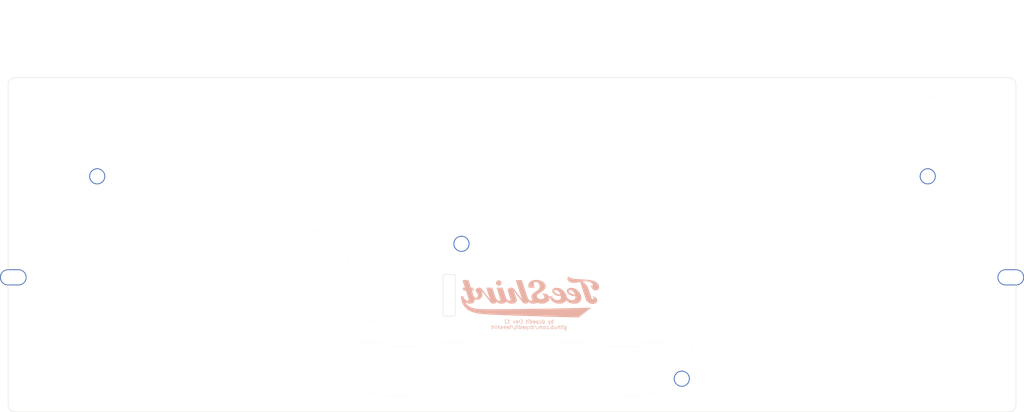
<source format=kicad_pcb>
(kicad_pcb (version 20211014) (generator pcbnew)
  (layers (0 "F.Cu" signal) (31 "B.Cu" signal) (34 "B.Paste" user) (35 "F.Paste" user) (36 "B.SilkS" user "B.Silkscreen") (37 "F.SilkS" user "F.Silkscreen") (38 "B.Mask" user) (39 "F.Mask" user) (44 "Edge.Cuts" user))
  (net 0 "")
  (footprint "acheron_MX_PlateSlots:MX100" (layer "F.Cu") (at 80.9425 76.455 -10)
    (fp_text reference "REF**")
    (fp_text value "MX100")
    (fp_line (start -6.5 -7) (end 6.5 -7) (layer "Edge.Cuts") (width 0.010007))
    (fp_line (start 7 -6.5) (end 7 6.5) (layer "Edge.Cuts") (width 0.010007))
    (fp_line (start -6.5 6.990924) (end 6.5 7) (layer "Edge.Cuts") (width 0.010007))
    (fp_line (start -7 -6.5) (end -7 6.490924) (layer "Edge.Cuts") (width 0.010007))
    (fp_arc (start 7 6.5) (mid 6.853553 6.853553) (end 6.5 7) (layer "Edge.Cuts") (width 0.010007))
    (fp_arc (start -6.5 6.990924) (mid -6.853553 6.844477) (end -7 6.490924) (layer "Edge.Cuts") (width 0.010007))
    (fp_arc (start -7 -6.5) (mid -6.853553 -6.853553) (end -6.5 -7) (layer "Edge.Cuts") (width 0.010007))
    (fp_arc (start 6.5 -7) (mid 6.853553 -6.853553) (end 7 -6.5) (layer "Edge.Cuts") (width 0.010007))
  )
  (footprint "acheron_MX_PlateSlots:MX100" (layer "F.Cu") (at 335.2575 113.975 10)
    (fp_text reference "REF**")
    (fp_text value "MX100")
    (fp_line (start 7 -6.5) (end 7 6.5) (layer "Edge.Cuts") (width 0.010007))
    (fp_line (start -7 -6.5) (end -7 6.490924) (layer "Edge.Cuts") (width 0.010007))
    (fp_line (start -6.5 -7) (end 6.5 -7) (layer "Edge.Cuts") (width 0.010007))
    (fp_line (start -6.5 6.990924) (end 6.5 7) (layer "Edge.Cuts") (width 0.010007))
    (fp_arc (start 7 6.5) (mid 6.853553 6.853553) (end 6.5 7) (layer "Edge.Cuts") (width 0.010007))
    (fp_arc (start -6.5 6.990924) (mid -6.853553 6.844477) (end -7 6.490924) (layer "Edge.Cuts") (width 0.010007))
    (fp_arc (start 6.5 -7) (mid 6.853553 -6.853553) (end 7 -6.5) (layer "Edge.Cuts") (width 0.010007))
    (fp_arc (start -7 -6.5) (mid -6.853553 -6.853553) (end -6.5 -7) (layer "Edge.Cuts") (width 0.010007))
  )
  (footprint "hole:PKRHSL" (layer "F.Cu") (at 63.7489 121.1212)
    (fp_text reference "HOLE" hide)
    (fp_text value "VAL**" hide)
    (pad "1" thru_hole oval locked (at 0 0) (size 7.5 4.5) (drill oval 7 4) (layers *.Cu *.Mask))
  )
  (footprint "acheron_MX_PlateSlots:MX100" (layer "F.Cu") (at 119.6825 76.185 -10)
    (fp_text reference "REF**")
    (fp_text value "MX100")
    (fp_line (start -6.5 -7) (end 6.5 -7) (layer "Edge.Cuts") (width 0.010007))
    (fp_line (start -7 -6.5) (end -7 6.490924) (layer "Edge.Cuts") (width 0.010007))
    (fp_line (start 7 -6.5) (end 7 6.5) (layer "Edge.Cuts") (width 0.010007))
    (fp_line (start -6.5 6.990924) (end 6.5 7) (layer "Edge.Cuts") (width 0.010007))
    (fp_arc (start -6.5 6.990924) (mid -6.853553 6.844477) (end -7 6.490924) (layer "Edge.Cuts") (width 0.010007))
    (fp_arc (start 6.5 -7) (mid 6.853553 -6.853553) (end 7 -6.5) (layer "Edge.Cuts") (width 0.010007))
    (fp_arc (start -7 -6.5) (mid -6.853553 -6.853553) (end -6.5 -7) (layer "Edge.Cuts") (width 0.010007))
    (fp_arc (start 7 6.5) (mid 6.853553 6.853553) (end 6.5 7) (layer "Edge.Cuts") (width 0.010007))
  )
  (footprint "acheron_MX_PlateSlots:MX100" (layer "F.Cu") (at 237.5175 108.275 10)
    (fp_text reference "REF**")
    (fp_text value "MX100")
    (fp_line (start -6.5 -7) (end 6.5 -7) (layer "Edge.Cuts") (width 0.010007))
    (fp_line (start -6.5 6.990924) (end 6.5 7) (layer "Edge.Cuts") (width 0.010007))
    (fp_line (start -7 -6.5) (end -7 6.490924) (layer "Edge.Cuts") (width 0.010007))
    (fp_line (start 7 -6.5) (end 7 6.5) (layer "Edge.Cuts") (width 0.010007))
    (fp_arc (start 6.5 -7) (mid 6.853553 -6.853553) (end 7 -6.5) (layer "Edge.Cuts") (width 0.010007))
    (fp_arc (start -7 -6.5) (mid -6.853553 -6.853553) (end -6.5 -7) (layer "Edge.Cuts") (width 0.010007))
    (fp_arc (start 7 6.5) (mid 6.853553 6.853553) (end 6.5 7) (layer "Edge.Cuts") (width 0.010007))
    (fp_arc (start -6.5 6.990924) (mid -6.853553 6.844477) (end -7 6.490924) (layer "Edge.Cuts") (width 0.010007))
  )
  (footprint "acheron_MX_PlateSlots:MX125" (layer "F.Cu") (at 146.84375 141.4175 80)
    (fp_text reference "REF**")
    (fp_text value "MX125")
    (fp_line (start -6.5 6.990924) (end 6.5 7) (layer "Edge.Cuts") (width 0.010007))
    (fp_line (start -6.5 -7) (end 6.5 -7) (layer "Edge.Cuts") (width 0.010007))
    (fp_line (start 7 -6.5) (end 7 6.5) (layer "Edge.Cuts") (width 0.010007))
    (fp_line (start -7 -6.5) (end -7 6.490924) (layer "Edge.Cuts") (width 0.010007))
    (fp_arc (start -6.5 6.990924) (mid -6.853553 6.844477) (end -7 6.490924) (layer "Edge.Cuts") (width 0.010007))
    (fp_arc (start 7 6.5) (mid 6.853553 6.853553) (end 6.5 7) (layer "Edge.Cuts") (width 0.010007))
    (fp_arc (start 6.5 -7) (mid 6.853553 -6.853553) (end 7 -6.5) (layer "Edge.Cuts") (width 0.010007))
    (fp_arc (start -7 -6.5) (mid -6.853553 -6.853553) (end -6.5 -7) (layer "Edge.Cuts") (width 0.010007))
  )
  (footprint "Custom_Footprints:SSD1306_OLED" (layer "F.Cu") (at 204.7875 126.20625)
    (fp_text reference "H10")
    (fp_text value "OLED_Header")
    (fp_line (start -16.5045 -5.875) (end -19.0045 -5.875) (layer "Edge.Cuts") (width 0.1))
    (fp_line (start -19.5045 -5.375) (end -19.5045 5.375) (layer "Edge.Cuts") (width 0.1))
    (fp_line (start -19.0045 5.875) (end -16.5045 5.875) (layer "Edge.Cuts") (width 0.1))
    (fp_line (start -16.0045 5.375) (end -16.0045 -5.375) (layer "Edge.Cuts") (width 0.1))
    (fp_arc (start -16.5045 -5.875) (mid -16.150947 -5.728553) (end -16.0045 -5.375) (layer "Edge.Cuts") (width 0.1))
    (fp_arc (start -19.0045 5.875) (mid -19.358053 5.728553) (end -19.5045 5.375) (layer "Edge.Cuts") (width 0.1))
    (fp_arc (start -16.0045 5.375) (mid -16.150947 5.728553) (end -16.5045 5.875) (layer "Edge.Cuts") (width 0.1))
    (fp_arc (start -19.5045 -5.375) (mid -19.358053 -5.728553) (end -19.0045 -5.875) (layer "Edge.Cuts") (width 0.1))
  )
  (footprint "acheron_MX_PlateSlots:MX100" (layer "F.Cu") (at 289.9175 76.165 10)
    (fp_text reference "REF**")
    (fp_text value "MX100")
    (fp_line (start 7 -6.5) (end 7 6.5) (layer "Edge.Cuts") (width 0.010007))
    (fp_line (start -6.5 6.990924) (end 6.5 7) (layer "Edge.Cuts") (width 0.010007))
    (fp_line (start -6.5 -7) (end 6.5 -7) (layer "Edge.Cuts") (width 0.010007))
    (fp_line (start -7 -6.5) (end -7 6.490924) (layer "Edge.Cuts") (width 0.010007))
    (fp_arc (start 6.5 -7) (mid 6.853553 -6.853553) (end 7 -6.5) (layer "Edge.Cuts") (width 0.010007))
    (fp_arc (start -7 -6.5) (mid -6.853553 -6.853553) (end -6.5 -7) (layer "Edge.Cuts") (width 0.010007))
    (fp_arc (start -6.5 6.990924) (mid -6.853553 6.844477) (end -7 6.490924) (layer "Edge.Cuts") (width 0.010007))
    (fp_arc (start 7 6.5) (mid 6.853553 6.853553) (end 6.5 7) (layer "Edge.Cuts") (width 0.010007))
  )
  (footprint "acheron_MX_PlateSlots:MX100" (layer "F.Cu") (at 328.6275 76.455 10)
    (fp_text reference "REF**")
    (fp_text value "MX100")
    (fp_line (start -7 -6.5) (end -7 6.490924) (layer "Edge.Cuts") (width 0.010007))
    (fp_line (start -6.5 -7) (end 6.5 -7) (layer "Edge.Cuts") (width 0.010007))
    (fp_line (start 7 -6.5) (end 7 6.5) (layer "Edge.Cuts") (width 0.010007))
    (fp_line (start -6.5 6.990924) (end 6.5 7) (layer "Edge.Cuts") (width 0.010007))
    (fp_arc (start 6.5 -7) (mid 6.853553 -6.853553) (end 7 -6.5) (layer "Edge.Cuts") (width 0.010007))
    (fp_arc (start -7 -6.5) (mid -6.853553 -6.853553) (end -6.5 -7) (layer "Edge.Cuts") (width 0.010007))
    (fp_arc (start -6.5 6.990924) (mid -6.853553 6.844477) (end -7 6.490924) (layer "Edge.Cuts") (width 0.010007))
    (fp_arc (start 7 6.5) (mid 6.853553 6.853553) (end 6.5 7) (layer "Edge.Cuts") (width 0.010007))
  )
  (footprint "acheron_MX_PlateSlots:MX100" (layer "F.Cu") (at 315.8875 113.835 10)
    (fp_text reference "REF**")
    (fp_text value "MX100")
    (fp_line (start 7 -6.5) (end 7 6.5) (layer "Edge.Cuts") (width 0.010007))
    (fp_line (start -6.5 6.990924) (end 6.5 7) (layer "Edge.Cuts") (width 0.010007))
    (fp_line (start -7 -6.5) (end -7 6.490924) (layer "Edge.Cuts") (width 0.010007))
    (fp_line (start -6.5 -7) (end 6.5 -7) (layer "Edge.Cuts") (width 0.010007))
    (fp_arc (start 7 6.5) (mid 6.853553 6.853553) (end 6.5 7) (layer "Edge.Cuts") (width 0.010007))
    (fp_arc (start -7 -6.5) (mid -6.853553 -6.853553) (end -6.5 -7) (layer "Edge.Cuts") (width 0.010007))
    (fp_arc (start 6.5 -7) (mid 6.853553 -6.853553) (end 7 -6.5) (layer "Edge.Cuts") (width 0.010007))
    (fp_arc (start -6.5 6.990924) (mid -6.853553 6.844477) (end -7 6.490924) (layer "Edge.Cuts") (width 0.010007))
  )
  (footprint "acheron_MX_PlateSlots:MX100" (layer "F.Cu") (at 252.3975 82.765 10)
    (fp_text reference "REF**")
    (fp_text value "MX100")
    (fp_line (start 7 -6.5) (end 7 6.5) (layer "Edge.Cuts") (width 0.010007))
    (fp_line (start -7 -6.5) (end -7 6.490924) (layer "Edge.Cuts") (width 0.010007))
    (fp_line (start -6.5 6.990924) (end 6.5 7) (layer "Edge.Cuts") (width 0.010007))
    (fp_line (start -6.5 -7) (end 6.5 -7) (layer "Edge.Cuts") (width 0.010007))
    (fp_arc (start -6.5 6.990924) (mid -6.853553 6.844477) (end -7 6.490924) (layer "Edge.Cuts") (width 0.010007))
    (fp_arc (start 6.5 -7) (mid 6.853553 -6.853553) (end 7 -6.5) (layer "Edge.Cuts") (width 0.010007))
    (fp_arc (start -7 -6.5) (mid -6.853553 -6.853553) (end -6.5 -7) (layer "Edge.Cuts") (width 0.010007))
    (fp_arc (start 7 6.5) (mid 6.853553 6.853553) (end 6.5 7) (layer "Edge.Cuts") (width 0.010007))
  )
  (footprint "hole:PKRHSL" (layer "F.Cu") (at 345.8312 121.1212)
    (fp_text reference "HOLE" hide)
    (fp_text value "VAL**" hide)
    (pad "1" thru_hole oval locked (at 0 0) (size 7.5 4.5) (drill oval 7 4) (layers *.Cu *.Mask))
  )
  (footprint "" (layer "F.Cu") (at 100.0125 42.8625)
    (fp_text reference "" (at 0 0) (layer "F.SilkS") (effects (font (size 1.27 1.27))))
    (fp_text value "" (at 0 0) (layer "F.SilkS") (effects (font (size 1.27 1.27))))
    (pad "1" thru_hole circle (at -12.5232 49.6583) (size 4.5 4.5) (drill 4) (layers *.Cu *.Mask))
  )
  (footprint "acheron_MX_PlateSlots:MX100" (layer "F.Cu") (at 132.41712 113.553371 -10)
    (fp_text reference "REF**")
    (fp_text value "MX100")
    (fp_line (start -6.5 -7) (end 6.5 -7) (layer "Edge.Cuts") (width 0.010007))
    (fp_line (start -6.5 6.990924) (end 6.5 7) (layer "Edge.Cuts") (width 0.010007))
    (fp_line (start 7 -6.5) (end 7 6.5) (layer "Edge.Cuts") (width 0.010007))
    (fp_line (start -7 -6.5) (end -7 6.490924) (layer "Edge.Cuts") (width 0.010007))
    (fp_arc (start -7 -6.5) (mid -6.853553 -6.853553) (end -6.5 -7) (layer "Edge.Cuts") (width 0.010007))
    (fp_arc (start -6.5 6.990924) (mid -6.853553 6.844477) (end -7 6.490924) (layer "Edge.Cuts") (width 0.010007))
    (fp_arc (start 6.5 -7) (mid 6.853553 -6.853553) (end 7 -6.5) (layer "Edge.Cuts") (width 0.010007))
    (fp_arc (start 7 6.5) (mid 6.853553 6.853553) (end 6.5 7) (layer "Edge.Cuts") (width 0.010007))
  )
  (footprint "acheron_MX_PlateSlots:MX100" (layer "F.Cu") (at 77.6125 95.185 -10)
    (fp_text reference "REF**")
    (fp_text value "MX100")
    (fp_line (start -7 -6.5) (end -7 6.490924) (layer "Edge.Cuts") (width 0.010007))
    (fp_line (start -6.5 -7) (end 6.5 -7) (layer "Edge.Cuts") (width 0.010007))
    (fp_line (start 7 -6.5) (end 7 6.5) (layer "Edge.Cuts") (width 0.010007))
    (fp_line (start -6.5 6.990924) (end 6.5 7) (layer "Edge.Cuts") (width 0.010007))
    (fp_arc (start -7 -6.5) (mid -6.853553 -6.853553) (end -6.5 -7) (layer "Edge.Cuts") (width 0.010007))
    (fp_arc (start 7 6.5) (mid 6.853553 6.853553) (end 6.5 7) (layer "Edge.Cuts") (width 0.010007))
    (fp_arc (start -6.5 6.990924) (mid -6.853553 6.844477) (end -7 6.490924) (layer "Edge.Cuts") (width 0.010007))
    (fp_arc (start 6.5 -7) (mid 6.853553 -6.853553) (end 7 -6.5) (layer "Edge.Cuts") (width 0.010007))
  )
  (footprint "acheron_MX_PlateSlots:MX100" (layer "F.Cu") (at 234.2475 89.545 10)
    (fp_text reference "REF**")
    (fp_text value "MX100")
    (fp_line (start -7 -6.5) (end -7 6.490924) (layer "Edge.Cuts") (width 0.010007))
    (fp_line (start -6.5 6.990924) (end 6.5 7) (layer "Edge.Cuts") (width 0.010007))
    (fp_line (start 7 -6.5) (end 7 6.5) (layer "Edge.Cuts") (width 0.010007))
    (fp_line (start -6.5 -7) (end 6.5 -7) (layer "Edge.Cuts") (width 0.010007))
    (fp_arc (start 7 6.5) (mid 6.853553 6.853553) (end 6.5 7) (layer "Edge.Cuts") (width 0.010007))
    (fp_arc (start -7 -6.5) (mid -6.853553 -6.853553) (end -6.5 -7) (layer "Edge.Cuts") (width 0.010007))
    (fp_arc (start -6.5 6.990924) (mid -6.853553 6.844477) (end -7 6.490924) (layer "Edge.Cuts") (width 0.010007))
    (fp_arc (start 6.5 -7) (mid 6.853553 -6.853553) (end 7 -6.5) (layer "Edge.Cuts") (width 0.010007))
  )
  (footprint "acheron_MX_PlateSlots:MX100" (layer "F.Cu") (at 116.3725 94.905 -10)
    (fp_text reference "REF**")
    (fp_text value "MX100")
    (fp_line (start -6.5 -7) (end 6.5 -7) (layer "Edge.Cuts") (width 0.010007))
    (fp_line (start -6.5 6.990924) (end 6.5 7) (layer "Edge.Cuts") (width 0.010007))
    (fp_line (start 7 -6.5) (end 7 6.5) (layer "Edge.Cuts") (width 0.010007))
    (fp_line (start -7 -6.5) (end -7 6.490924) (layer "Edge.Cuts") (width 0.010007))
    (fp_arc (start -6.5 6.990924) (mid -6.853553 6.844477) (end -7 6.490924) (layer "Edge.Cuts") (width 0.010007))
    (fp_arc (start 7 6.5) (mid 6.853553 6.853553) (end 6.5 7) (layer "Edge.Cuts") (width 0.010007))
    (fp_arc (start -7 -6.5) (mid -6.853553 -6.853553) (end -6.5 -7) (layer "Edge.Cuts") (width 0.010007))
    (fp_arc (start 6.5 -7) (mid 6.853553 -6.853553) (end 7 -6.5) (layer "Edge.Cuts") (width 0.010007))
  )
  (footprint "acheron_MX_PlateSlots:MX100" (layer "F.Cu") (at 175.3725 89.545 -10)
    (fp_text reference "REF**")
    (fp_text value "MX100")
    (fp_line (start 7 -6.5) (end 7 6.5) (layer "Edge.Cuts") (width 0.010007))
    (fp_line (start -6.5 6.990924) (end 6.5 7) (layer "Edge.Cuts") (width 0.010007))
    (fp_line (start -7 -6.5) (end -7 6.490924) (layer "Edge.Cuts") (width 0.010007))
    (fp_line (start -6.5 -7) (end 6.5 -7) (layer "Edge.Cuts") (width 0.010007))
    (fp_arc (start 6.5 -7) (mid 6.853553 -6.853553) (end 7 -6.5) (layer "Edge.Cuts") (width 0.010007))
    (fp_arc (start -7 -6.5) (mid -6.853553 -6.853553) (end -6.5 -7) (layer "Edge.Cuts") (width 0.010007))
    (fp_arc (start 7 6.5) (mid 6.853553 6.853553) (end 6.5 7) (layer "Edge.Cuts") (width 0.010007))
    (fp_arc (start -6.5 6.990924) (mid -6.853553 6.844477) (end -7 6.490924) (layer "Edge.Cuts") (width 0.010007))
  )
  (footprint "acheron_MX_PlateSlots:MX100" (layer "F.Cu") (at 157.2025 82.835 -10)
    (fp_text reference "REF**")
    (fp_text value "MX100")
    (fp_line (start -6.5 6.990924) (end 6.5 7) (layer "Edge.Cuts") (width 0.010007))
    (fp_line (start -6.5 -7) (end 6.5 -7) (layer "Edge.Cuts") (width 0.010007))
    (fp_line (start 7 -6.5) (end 7 6.5) (layer "Edge.Cuts") (width 0.010007))
    (fp_line (start -7 -6.5) (end -7 6.490924) (layer "Edge.Cuts") (width 0.010007))
    (fp_arc (start -7 -6.5) (mid -6.853553 -6.853553) (end -6.5 -7) (layer "Edge.Cuts") (width 0.010007))
    (fp_arc (start 7 6.5) (mid 6.853553 6.853553) (end 6.5 7) (layer "Edge.Cuts") (width 0.010007))
    (fp_arc (start 6.5 -7) (mid 6.853553 -6.853553) (end 7 -6.5) (layer "Edge.Cuts") (width 0.010007))
    (fp_arc (start -6.5 6.990924) (mid -6.853553 6.844477) (end -7 6.490924) (layer "Edge.Cuts") (width 0.010007))
  )
  (footprint "acheron_MX_PlateSlots:MX100" (layer "F.Cu") (at 240.8675 127.045 10)
    (fp_text reference "REF**")
    (fp_text value "MX100")
    (fp_line (start -6.5 6.990924) (end 6.5 7) (layer "Edge.Cuts") (width 0.010007))
    (fp_line (start -7 -6.5) (end -7 6.490924) (layer "Edge.Cuts") (width 0.010007))
    (fp_line (start 7 -6.5) (end 7 6.5) (layer "Edge.Cuts") (width 0.010007))
    (fp_line (start -6.5 -7) (end 6.5 -7) (layer "Edge.Cuts") (width 0.010007))
    (fp_arc (start 7 6.5) (mid 6.853553 6.853553) (end 6.5 7) (layer "Edge.Cuts") (width 0.010007))
    (fp_arc (start -6.5 6.990924) (mid -6.853553 6.844477) (end -7 6.490924) (layer "Edge.Cuts") (width 0.010007))
    (fp_arc (start -7 -6.5) (mid -6.853553 -6.853553) (end -6.5 -7) (layer "Edge.Cuts") (width 0.010007))
    (fp_arc (start 6.5 -7) (mid 6.853553 -6.853553) (end 7 -6.5) (layer "Edge.Cuts") (width 0.010007))
  )
  (footprint "acheron_MX_PlateSlots:MX150" (layer "F.Cu") (at 238.125 147.6475)
    (fp_text reference "REF**")
    (fp_text value "MX150")
    (fp_line (start -6.5 6.990924) (end 6.5 7) (layer "Edge.Cuts") (width 0.010007))
    (fp_line (start 7 -6.5) (end 7 6.5) (layer "Edge.Cuts") (width 0.010007))
    (fp_line (start -7 -6.5) (end -7 6.490924) (layer "Edge.Cuts") (width 0.010007))
    (fp_line (start -6.5 -7) (end 6.5 -7) (layer "Edge.Cuts") (width 0.010007))
    (fp_arc (start -7 -6.5) (mid -6.853553 -6.853553) (end -6.5 -7) (layer "Edge.Cuts") (width 0.010007))
    (fp_arc (start 7 6.5) (mid 6.853553 6.853553) (end 6.5 7) (layer "Edge.Cuts") (width 0.010007))
    (fp_arc (start 6.5 -7) (mid 6.853553 -6.853553) (end 7 -6.5) (layer "Edge.Cuts") (width 0.010007))
    (fp_arc (start -6.5 6.990924) (mid -6.853553 6.844477) (end -7 6.490924) (layer "Edge.Cuts") (width 0.010007))
  )
  (footprint "acheron_MX_PlateSlots:MX100" (layer "F.Cu") (at 96.9725 95.065 -10)
    (fp_text reference "REF**")
    (fp_text value "MX100")
    (fp_line (start 7 -6.5) (end 7 6.5) (layer "Edge.Cuts") (width 0.010007))
    (fp_line (start -6.5 -7) (end 6.5 -7) (layer "Edge.Cuts") (width 0.010007))
    (fp_line (start -7 -6.5) (end -7 6.490924) (layer "Edge.Cuts") (width 0.010007))
    (fp_line (start -6.5 6.990924) (end 6.5 7) (layer "Edge.Cuts") (width 0.010007))
    (fp_arc (start -6.5 6.990924) (mid -6.853553 6.844477) (end -7 6.490924) (layer "Edge.Cuts") (width 0.010007))
    (fp_arc (start 7 6.5) (mid 6.853553 6.853553) (end 6.5 7) (layer "Edge.Cuts") (width 0.010007))
    (fp_arc (start -7 -6.5) (mid -6.853553 -6.853553) (end -6.5 -7) (layer "Edge.Cuts") (width 0.010007))
    (fp_arc (start 6.5 -7) (mid 6.853553 -6.853553) (end 7 -6.5) (layer "Edge.Cuts") (width 0.010007))
  )
  (footprint "acheron_MX_PlateSlots:MX100" (layer "F.Cu") (at 273.8175 94.765 10)
    (fp_text reference "REF**")
    (fp_text value "MX100")
    (fp_line (start 7 -6.5) (end 7 6.5) (layer "Edge.Cuts") (width 0.010007))
    (fp_line (start -6.5 6.990924) (end 6.5 7) (layer "Edge.Cuts") (width 0.010007))
    (fp_line (start -7 -6.5) (end -7 6.490924) (layer "Edge.Cuts") (width 0.010007))
    (fp_line (start -6.5 -7) (end 6.5 -7) (layer "Edge.Cuts") (width 0.010007))
    (fp_arc (start -6.5 6.990924) (mid -6.853553 6.844477) (end -7 6.490924) (layer "Edge.Cuts") (width 0.010007))
    (fp_arc (start 6.5 -7) (mid 6.853553 -6.853553) (end 7 -6.5) (layer "Edge.Cuts") (width 0.010007))
    (fp_arc (start 7 6.5) (mid 6.853553 6.853553) (end 6.5 7) (layer "Edge.Cuts") (width 0.010007))
    (fp_arc (start -7 -6.5) (mid -6.853553 -6.853553) (end -6.5 -7) (layer "Edge.Cuts") (width 0.010007))
  )
  (footprint "acheron_MX_PlateSlots:MX125" (layer "F.Cu") (at 262.73125 141.3775 100)
    (fp_text reference "REF**")
    (fp_text value "MX125")
    (fp_line (start -6.5 6.990924) (end 6.5 7) (layer "Edge.Cuts") (width 0.010007))
    (fp_line (start -7 -6.5) (end -7 6.490924) (layer "Edge.Cuts") (width 0.010007))
    (fp_line (start -6.5 -7) (end 6.5 -7) (layer "Edge.Cuts") (width 0.010007))
    (fp_line (start 7 -6.5) (end 7 6.5) (layer "Edge.Cuts") (width 0.010007))
    (fp_arc (start -6.5 6.990924) (mid -6.853553 6.844477) (end -7 6.490924) (layer "Edge.Cuts") (width 0.010007))
    (fp_arc (start 7 6.5) (mid 6.853553 6.853553) (end 6.5 7) (layer "Edge.Cuts") (width 0.010007))
    (fp_arc (start 6.5 -7) (mid 6.853553 -6.853553) (end 7 -6.5) (layer "Edge.Cuts") (width 0.010007))
    (fp_arc (start -7 -6.5) (mid -6.853553 -6.853553) (end -6.5 -7) (layer "Edge.Cuts") (width 0.010007))
  )
  (footprint "acheron_MX_PlateSlots:MX200" (layer "F.Cu") (at 176.2125 147.6375 180)
    (fp_text reference "REF**")
    (fp_text value "MX200")
    (fp_line (start -14.90625 8.000008) (end -8.90625 8.000008) (layer "Edge.Cuts") (width 0.010007))
    (fp_line (start -6.5 7) (end 6.5 7) (layer "Edge.Cuts") (width 0.010007))
    (fp_line (start -8.40625 -5.499992) (end -8.40625 7.5) (layer "Edge.Cuts") (width 0.010007))
    (fp_line (start 7 -6.5) (end 7 6.5) (layer "Edge.Cuts") (width 0.010007))
    (fp_line (start -15.40625 -5.499992) (end -15.40625 7.500008) (layer "Edge.Cuts") (width 0.010007))
    (fp_line (start 8.90625 8.000008) (end 14.90625 8.000008) (layer "Edge.Cuts") (width 0.010007))
    (fp_line (start -7 -6.5) (end -7 6.5) (layer "Edge.Cuts") (width 0.010007))
    (fp_line (start 15.40625 -5.499992) (end 15.40625 7.500008) (layer "Edge.Cuts") (width 0.010007))
    (fp_line (start 8.90625 -5.999992) (end 14.90625 -5.999992) (layer "Edge.Cuts") (width 0.010007))
    (fp_line (start -6.5 -7) (end 6.5 -7) (layer "Edge.Cuts") (width 0.010007))
    (fp_line (start -14.90625 -6) (end -8.90625 -5.999992) (layer "Edge.Cuts") (width 0.010007))
    (fp_line (start 8.40625 -5.499992) (end 8.40625 7.5) (layer "Edge.Cuts") (width 0.010007))
    (fp_arc (start 14.90625 -6) (mid 15.259803 -5.853553) (end 15.40625 -5.5) (layer "Edge.Cuts") (width 0.010007))
    (fp_arc (start -6.5 7) (mid -6.853553 6.853553) (end -7 6.5) (layer "Edge.Cuts") (width 0.010007))
    (fp_arc (start -15.40625 -5.5) (mid -15.259803 -5.853553) (end -14.90625 -6) (layer "Edge.Cuts") (width 0.010007))
    (fp_arc (start -7 -6.5) (mid -6.853553 -6.853553) (end -6.5 -7) (layer "Edge.Cuts") (width 0.010007))
    (fp_arc (start -14.90625 8.000008) (mid -15.259803 7.853561) (end -15.40625 7.500008) (layer "Edge.Cuts") (width 0.010007))
    (fp_arc (start -8.40625 7.500008) (mid -8.552697 7.853561) (end -8.90625 8.000008) (layer "Edge.Cuts") (width 0.010007))
    (fp_arc (start 7 6.5) (mid 6.853553 6.853553) (end 6.5 7) (layer "Edge.Cuts") (width 0.010007))
    (fp_arc (start 8.90625 8.000008) (mid 8.552697 7.853561) (end 8.40625 7.500008) (layer "Edge.Cuts") (width 0.010007))
    (fp_arc (start -8.90625 -6) (mid -8.552697 -5.853553) (end -8.40625 -5.5) (layer "Edge.Cuts") (width 0.010007))
    (fp_arc (start 15.40625 7.500008) (mid 15.259803 7.853561) (end 14.90625 8.000008) (layer "Edge.Cuts") (width 0.010007))
    (fp_arc (start 8.40625 -5.5) (mid 8.552697 -5.853553) (end 8.90625 -6) (layer "Edge.Cuts") (width 0.010007))
    (fp_arc (start 6.5 -7) (mid 6.853553 -6.853553) (end 7 -6.5) (layer "Edge.Cuts") (width 0.010007))
  )
  (footprint "acheron_MX_PlateSlots:MX150" (layer "F.Cu") (at 281.29125 137.0075 100)
    (fp_text reference "REF**")
    (fp_text value "MX150")
    (fp_line (start -7 -6.5) (end -7 6.490924) (layer "Edge.Cuts") (width 0.010007))
    (fp_line (start -6.5 -7) (end 6.5 -7) (layer "Edge.Cuts") (width 0.010007))
    (fp_line (start 7 -6.5) (end 7 6.5) (layer "Edge.Cuts") (width 0.010007))
    (fp_line (start -6.5 6.990924) (end 6.5 7) (layer "Edge.Cuts") (width 0.010007))
    (fp_arc (start -7 -6.5) (mid -6.853553 -6.853553) (end -6.5 -7) (layer "Edge.Cuts") (width 0.010007))
    (fp_arc (start 7 6.5) (mid 6.853553 6.853553) (end 6.5 7) (layer "Edge.Cuts") (width 0.010007))
    (fp_arc (start -6.5 6.990924) (mid -6.853553 6.844477) (end -7 6.490924) (layer "Edge.Cuts") (width 0.010007))
    (fp_arc (start 6.5 -7) (mid 6.853553 -6.853553) (end 7 -6.5) (layer "Edge.Cuts") (width 0.010007))
  )
  (footprint "acheron_MX_PlateSlots:MX100" (layer "F.Cu") (at 135.7325 94.795 -10)
    (fp_text reference "REF**")
    (fp_text value "MX100")
    (fp_line (start -7 -6.5) (end -7 6.490924) (layer "Edge.Cuts") (width 0.010007))
    (fp_line (start -6.5 -7) (end 6.5 -7) (layer "Edge.Cuts") (width 0.010007))
    (fp_line (start -6.5 6.990924) (end 6.5 7) (layer "Edge.Cuts") (width 0.010007))
    (fp_line (start 7 -6.5) (end 7 6.5) (layer "Edge.Cuts") (width 0.010007))
    (fp_arc (start 7 6.5) (mid 6.853553 6.853553) (end 6.5 7) (layer "Edge.Cuts") (width 0.010007))
    (fp_arc (start 6.5 -7) (mid 6.853553 -6.853553) (end 7 -6.5) (layer "Edge.Cuts") (width 0.010007))
    (fp_arc (start -7 -6.5) (mid -6.853553 -6.853553) (end -6.5 -7) (layer "Edge.Cuts") (width 0.010007))
    (fp_arc (start -6.5 6.990924) (mid -6.853553 6.844477) (end -7 6.490924) (layer "Edge.Cuts") (width 0.010007))
  )
  (footprint "hole:PKRH" (layer "F.Cu") (at 252.7894 149.8207)
    (fp_text reference "HOLE" hide)
    (fp_text value "VAL**" hide)
    (pad "1" thru_hole circle locked (at 0 0) (size 4.5 4.5) (drill 4) (layers *.Cu *.Mask))
  )
  (footprint "hole:PKRH" (layer "F.Cu") (at 190.49 111.62)
    (fp_text reference "HOLE" hide)
    (fp_text value "VAL**" hide)
    (pad "1" thru_hole circle locked (at 0 0) (size 4.5 4.5) (drill 4) (layers *.Cu *.Mask))
  )
  (footprint "acheron_MX_PlateSlots:MX100" (layer "F.Cu") (at 172.0325 108.295 -10)
    (fp_text reference "REF**")
    (fp_text value "MX100")
    (fp_line (start -6.5 -7) (end 6.5 -7) (layer "Edge.Cuts") (width 0.010007))
    (fp_line (start -6.5 6.990924) (end 6.5 7) (layer "Edge.Cuts") (width 0.010007))
    (fp_line (start 7 -6.5) (end 7 6.5) (layer "Edge.Cuts") (width 0.010007))
    (fp_line (start -7 -6.5) (end -7 6.490924) (layer "Edge.Cuts") (width 0.010007))
    (fp_arc (start -6.5 6.990924) (mid -6.853553 6.844477) (end -7 6.490924) (layer "Edge.Cuts") (width 0.010007))
    (fp_arc (start 6.5 -7) (mid 6.853553 -6.853553) (end 7 -6.5) (layer "Edge.Cuts") (width 0.010007))
    (fp_arc (start 7 6.5) (mid 6.853553 6.853553) (end 6.5 7) (layer "Edge.Cuts") (width 0.010007))
    (fp_arc (start -7 -6.5) (mid -6.853553 -6.853553) (end -6.5 -7) (layer "Edge.Cuts") (width 0.010007))
  )
  (footprint "acheron_MX_PlateSlots:MX100" (layer "F.Cu") (at 74.2925 113.975 -10)
    (fp_text reference "REF**")
    (fp_text value "MX100")
    (fp_line (start -6.5 6.990924) (end 6.5 7) (layer "Edge.Cuts") (width 0.010007))
    (fp_line (start -7 -6.5) (end -7 6.490924) (layer "Edge.Cuts") (width 0.010007))
    (fp_line (start 7 -6.5) (end 7 6.5) (layer "Edge.Cuts") (width 0.010007))
    (fp_line (start -6.5 -7) (end 6.5 -7) (layer "Edge.Cuts") (width 0.010007))
    (fp_arc (start -7 -6.5) (mid -6.853553 -6.853553) (end -6.5 -7) (layer "Edge.Cuts") (width 0.010007))
    (fp_arc (start 6.5 -7) (mid 6.853553 -6.853553) (end 7 -6.5) (layer "Edge.Cuts") (width 0.010007))
    (fp_arc (start -6.5 6.990924) (mid -6.853553 6.844477) (end -7 6.490924) (layer "Edge.Cuts") (width 0.010007))
    (fp_arc (start 7 6.5) (mid 6.853553 6.853553) (end 6.5 7) (layer "Edge.Cuts") (width 0.010007))
  )
  (footprint "acheron_MX_PlateSlots:MX100" (layer "F.Cu") (at 113.0325 113.705 -10)
    (fp_text reference "REF**")
    (fp_text value "MX100")
    (fp_line (start 7 -6.5) (end 7 6.5) (layer "Edge.Cuts") (width 0.010007))
    (fp_line (start -6.5 6.990924) (end 6.5 7) (layer "Edge.Cuts") (width 0.010007))
    (fp_line (start -7 -6.5) (end -7 6.490924) (layer "Edge.Cuts") (width 0.010007))
    (fp_line (start -6.5 -7) (end 6.5 -7) (layer "Edge.Cuts") (width 0.010007))
    (fp_arc (start 6.5 -7) (mid 6.853553 -6.853553) (end 7 -6.5) (layer "Edge.Cuts") (width 0.010007))
    (fp_arc (start -6.5 6.990924) (mid -6.853553 6.844477) (end -7 6.490924) (layer "Edge.Cuts") (width 0.010007))
    (fp_arc (start -7 -6.5) (mid -6.853553 -6.853553) (end -6.5 -7) (layer "Edge.Cuts") (width 0.010007))
    (fp_arc (start 7 6.5) (mid 6.853553 6.853553) (end 6.5 7) (layer "Edge.Cuts") (width 0.010007))
  )
  (footprint "acheron_MX_PlateSlots:MX100" (layer "F.Cu") (at 296.5375 113.675 10)
    (fp_text reference "REF**")
    (fp_text value "MX100")
    (fp_line (start -7 -6.5) (end -7 6.490924) (layer "Edge.Cuts") (width 0.010007))
    (fp_line (start -6.5 6.990924) (end 6.5 7) (layer "Edge.Cuts") (width 0.010007))
    (fp_line (start 7 -6.5) (end 7 6.5) (layer "Edge.Cuts") (width 0.010007))
    (fp_line (start -6.5 -7) (end 6.5 -7) (layer "Edge.Cuts") (width 0.010007))
    (fp_arc (start -7 -6.5) (mid -6.853553 -6.853553) (end -6.5 -7) (layer "Edge.Cuts") (width 0.010007))
    (fp_arc (start 7 6.5) (mid 6.853553 6.853553) (end 6.5 7) (layer "Edge.Cuts") (width 0.010007))
    (fp_arc (start 6.5 -7) (mid 6.853553 -6.853553) (end 7 -6.5) (layer "Edge.Cuts") (width 0.010007))
    (fp_arc (start -6.5 6.990924) (mid -6.853553 6.844477) (end -7 6.490924) (layer "Edge.Cuts") (width 0.010007))
  )
  (footprint "acheron_MX_PlateSlots:MX100" (layer "F.Cu") (at 331.9675 95.185 10)
    (fp_text reference "REF**")
    (fp_text value "MX100")
    (fp_line (start -6.5 6.990924) (end 6.5 7) (layer "Edge.Cuts") (width 0.010007))
    (fp_line (start 7 -6.5) (end 7 6.5) (layer "Edge.Cuts") (width 0.010007))
    (fp_line (start -6.5 -7) (end 6.5 -7) (layer "Edge.Cuts") (width 0.010007))
    (fp_line (start -7 -6.5) (end -7 6.490924) (layer "Edge.Cuts") (width 0.010007))
    (fp_arc (start 6.5 -7) (mid 6.853553 -6.853553) (end 7 -6.5) (layer "Edge.Cuts") (width 0.010007))
    (fp_arc (start -6.5 6.990924) (mid -6.853553 6.844477) (end -7 6.490924) (layer "Edge.Cuts") (width 0.010007))
    (fp_arc (start -7 -6.5) (mid -6.853553 -6.853553) (end -6.5 -7) (layer "Edge.Cuts") (width 0.010007))
    (fp_arc (start 7 6.5) (mid 6.853553 6.853553) (end 6.5 7) (layer "Edge.Cuts") (width 0.010007))
  )
  (footprint "acheron_MX_PlateSlots:MX100" (layer "F.Cu") (at 100.3325 76.345 -10)
    (fp_text reference "REF**")
    (fp_text value "MX100")
    (fp_line (start 7 -6.5) (end 7 6.5) (layer "Edge.Cuts") (width 0.010007))
    (fp_line (start -6.5 -7) (end 6.5 -7) (layer "Edge.Cuts") (width 0.010007))
    (fp_line (start -7 -6.5) (end -7 6.490924) (layer "Edge.Cuts") (width 0.010007))
    (fp_line (start -6.5 6.990924) (end 6.5 7) (layer "Edge.Cuts") (width 0.010007))
    (fp_arc (start 7 6.5) (mid 6.853553 6.853553) (end 6.5 7) (layer "Edge.Cuts") (width 0.010007))
    (fp_arc (start 6.5 -7) (mid 6.853553 -6.853553) (end 7 -6.5) (layer "Edge.Cuts") (width 0.010007))
    (fp_arc (start -7 -6.5) (mid -6.853553 -6.853553) (end -6.5 -7) (layer "Edge.Cuts") (width 0.010007))
    (fp_arc (start -6.5 6.990924) (mid -6.853553 6.844477) (end -7 6.490924) (layer "Edge.Cuts") (width 0.010007))
  )
  (footprint "acheron_MX_PlateSlots:MX100" (layer "F.Cu") (at 93.6925 113.815 -10)
    (fp_text reference "REF**")
    (fp_text value "MX100")
    (fp_line (start -6.5 -7) (end 6.5 -7) (layer "Edge.Cuts") (width 0.010007))
    (fp_line (start -7 -6.5) (end -7 6.490924) (layer "Edge.Cuts") (width 0.010007))
    (fp_line (start -6.5 6.990924) (end 6.5 7) (layer "Edge.Cuts") (width 0.010007))
    (fp_line (start 7 -6.5) (end 7 6.5) (layer "Edge.Cuts") (width 0.010007))
    (fp_arc (start 7 6.5) (mid 6.853553 6.853553) (end 6.5 7) (layer "Edge.Cuts") (width 0.010007))
    (fp_arc (start 6.5 -7) (mid 6.853553 -6.853553) (end 7 -6.5) (layer "Edge.Cuts") (width 0.010007))
    (fp_arc (start -7 -6.5) (mid -6.853553 -6.853553) (end -6.5 -7) (layer "Edge.Cuts") (width 0.010007))
    (fp_arc (start -6.5 6.990924) (mid -6.853553 6.844477) (end -7 6.490924) (layer "Edge.Cuts") (width 0.010007))
  )
  (footprint "acheron_MX_PlateSlots:MX100" (layer "F.Cu") (at 153.8825 101.575 -10)
    (fp_text reference "REF**")
    (fp_text value "MX100")
    (fp_line (start -6.5 -7) (end 6.5 -7) (layer "Edge.Cuts") (width 0.010007))
    (fp_line (start -7 -6.5) (end -7 6.490924) (layer "Edge.Cuts") (width 0.010007))
    (fp_line (start -6.5 6.990924) (end 6.5 7) (layer "Edge.Cuts") (width 0.010007))
    (fp_line (start 7 -6.5) (end 7 6.5) (layer "Edge.Cuts") (width 0.010007))
    (fp_arc (start -7 -6.5) (mid -6.853553 -6.853553) (end -6.5 -7) (layer "Edge.Cuts") (width 0.010007))
    (fp_arc (start -6.5 6.990924) (mid -6.853553 6.844477) (end -7 6.490924) (layer "Edge.Cuts") (width 0.010007))
    (fp_arc (start 7 6.5) (mid 6.853553 6.853553) (end 6.5 7) (layer "Edge.Cuts") (width 0.010007))
    (fp_arc (start 6.5 -7) (mid 6.853553 -6.853553) (end 7 -6.5) (layer "Edge.Cuts") (width 0.010007))
  )
  (footprint "acheron_MX_PlateSlots:MX100" (layer "F.Cu") (at 270.5275 76.025 10)
    (fp_text reference "REF**")
    (fp_text value "MX100")
    (fp_line (start -6.5 6.990924) (end 6.5 7) (layer "Edge.Cuts") (width 0.010007))
    (fp_line (start -7 -6.5) (end -7 6.490924) (layer "Edge.Cuts") (width 0.010007))
    (fp_line (start -6.5 -7) (end 6.5 -7) (layer "Edge.Cuts") (width 0.010007))
    (fp_line (start 7 -6.5) (end 7 6.5) (layer "Edge.Cuts") (width 0.010007))
    (fp_arc (start -6.5 6.990924) (mid -6.853553 6.844477) (end -7 6.490924) (layer "Edge.Cuts") (width 0.010007))
    (fp_arc (start 6.5 -7) (mid 6.853553 -6.853553) (end 7 -6.5) (layer "Edge.Cuts") (width 0.010007))
    (fp_arc (start -7 -6.5) (mid -6.853553 -6.853553) (end -6.5 -7) (layer "Edge.Cuts") (width 0.010007))
    (fp_arc (start 7 6.5) (mid 6.853553 6.853553) (end 6.5 7) (layer "Edge.Cuts") (width 0.010007))
  )
  (footprint "acheron_MX_PlateSlots:MX150" (layer "F.Cu") (at 171.45 147.6375)
    (fp_text reference "REF**")
    (fp_text value "MX150")
    (fp_line (start -7 -6.5) (end -7 6.490924) (layer "Edge.Cuts") (width 0.010007))
    (fp_line (start -6.5 6.990924) (end 6.5 7) (layer "Edge.Cuts") (width 0.010007))
    (fp_line (start 7 -6.5) (end 7 6.5) (layer "Edge.Cuts") (width 0.010007))
    (fp_line (start -6.5 -7) (end 6.5 -7) (layer "Edge.Cuts") (width 0.010007))
    (fp_arc (start 6.5 -7) (mid 6.853553 -6.853553) (end 7 -6.5) (layer "Edge.Cuts") (width 0.010007))
    (fp_arc (start -7 -6.5) (mid -6.853553 -6.853553) (end -6.5 -7) (layer "Edge.Cuts") (width 0.010007))
    (fp_arc (start 7 6.5) (mid 6.853553 6.853553) (end 6.5 7) (layer "Edge.Cuts") (width 0.010007))
    (fp_arc (start -6.5 6.990924) (mid -6.853553 6.844477) (end -7 6.490924) (layer "Edge.Cuts") (width 0.010007))
  )
  (footprint "hole:PKRH" (layer "F.Cu") (at 322.3399 92.5208)
    (fp_text reference "HOLE" hide)
    (fp_text value "VAL**" hide)
    (pad "1" thru_hole circle locked (at 0 0) (size 4.5 4.5) (drill 4) (layers *.Cu *.Mask))
  )
  (footprint "acheron_MX_PlateSlots:MX150" (layer "F.Cu") (at 128.26375 137.0075 80)
    (fp_text reference "REF**")
    (fp_text value "MX150")
    (fp_line (start -6.5 6.990924) (end 6.5 7) (layer "Edge.Cuts") (width 0.010007))
    (fp_line (start -7 -6.5) (end -7 6.490924) (layer "Edge.Cuts") (width 0.010007))
    (fp_line (start 7 -6.5) (end 7 6.5) (layer "Edge.Cuts") (width 0.010007))
    (fp_line (start -6.5 -7) (end 6.5 -7) (layer "Edge.Cuts") (width 0.010007))
    (fp_arc (start -7 -6.5) (mid -6.853553 -6.853553) (end -6.5 -7) (layer "Edge.Cuts") (width 0.010007))
    (fp_arc (start 6.5 -7) (mid 6.853553 -6.853553) (end 7 -6.5) (layer "Edge.Cuts") (width 0.010007))
    (fp_arc (start 7 6.5) (mid 6.853553 6.853553) (end 6.5 7) (layer "Edge.Cuts") (width 0.010007))
    (fp_arc (start -6.5 6.990924) (mid -6.853553 6.844477) (end -7 6.490924) (layer "Edge.Cuts") (width 0.010007))
  )
  (footprint "acheron_MX_PlateSlots:MX100" (layer "F.Cu") (at 293.2475 94.905 10)
    (fp_text reference "REF**")
    (fp_text value "MX100")
    (fp_line (start -6.5 -7) (end 6.5 -7) (layer "Edge.Cuts") (width 0.010007))
    (fp_line (start 7 -6.5) (end 7 6.5) (layer "Edge.Cuts") (width 0.010007))
    (fp_line (start -6.5 6.990924) (end 6.5 7) (layer "Edge.Cuts") (width 0.010007))
    (fp_line (start -7 -6.5) (end -7 6.490924) (layer "Edge.Cuts") (width 0.010007))
    (fp_arc (start 6.5 -7) (mid 6.853553 -6.853553) (end 7 -6.5) (layer "Edge.Cuts") (width 0.010007))
    (fp_arc (start -6.5 6.990924) (mid -6.853553 6.844477) (end -7 6.490924) (layer "Edge.Cuts") (width 0.010007))
    (fp_arc (start 7 6.5) (mid 6.853553 6.853553) (end 6.5 7) (layer "Edge.Cuts") (width 0.010007))
    (fp_arc (start -7 -6.5) (mid -6.853553 -6.853553) (end -6.5 -7) (layer "Edge.Cuts") (width 0.010007))
  )
  (footprint "acheron_MX_PlateSlots:MX100" (layer "F.Cu") (at 309.2875 76.295 10)
    (fp_text reference "REF**")
    (fp_text value "MX100")
    (fp_line (start -7 -6.5) (end -7 6.490924) (layer "Edge.Cuts") (width 0.010007))
    (fp_line (start 7 -6.5) (end 7 6.5) (layer "Edge.Cuts") (width 0.010007))
    (fp_line (start -6.5 6.990924) (end 6.5 7) (layer "Edge.Cuts") (width 0.010007))
    (fp_line (start -6.5 -7) (end 6.5 -7) (layer "Edge.Cuts") (width 0.010007))
    (fp_arc (start 6.5 -7) (mid 6.853553 -6.853553) (end 7 -6.5) (layer "Edge.Cuts") (width 0.010007))
    (fp_arc (start -7 -6.5) (mid -6.853553 -6.853553) (end -6.5 -7) (layer "Edge.Cuts") (width 0.010007))
    (fp_arc (start -6.5 6.990924) (mid -6.853553 6.844477) (end -7 6.490924) (layer "Edge.Cuts") (width 0.010007))
    (fp_arc (start 7 6.5) (mid 6.853553 6.853553) (end 6.5 7) (layer "Edge.Cuts") (width 0.010007))
  )
  (footprint "acheron_MX_PlateSlots:MX100" (layer "F.Cu") (at 277.1475 113.565 10)
    (fp_text reference "REF**")
    (fp_text value "MX100")
    (fp_line (start -6.5 -7) (end 6.5 -7) (layer "Edge.Cuts") (width 0.010007))
    (fp_line (start -6.5 6.990924) (end 6.5 7) (layer "Edge.Cuts") (width 0.010007))
    (fp_line (start -7 -6.5) (end -7 6.490924) (layer "Edge.Cuts") (width 0.010007))
    (fp_line (start 7 -6.5) (end 7 6.5) (layer "Edge.Cuts") (width 0.010007))
    (fp_arc (start -6.5 6.990924) (mid -6.853553 6.844477) (end -7 6.490924) (layer "Edge.Cuts") (width 0.010007))
    (fp_arc (start 7 6.5) (mid 6.853553 6.853553) (end 6.5 7) (layer "Edge.Cuts") (width 0.010007))
    (fp_arc (start 6.5 -7) (mid 6.853553 -6.853553) (end 7 -6.5) (layer "Edge.Cuts") (width 0.010007))
    (fp_arc (start -7 -6.5) (mid -6.853553 -6.853553) (end -6.5 -7) (layer "Edge.Cuts") (width 0.010007))
  )
  (footprint "acheron_MX_PlateSlots:MX100" (layer "F.Cu") (at 312.5775 95.065 10)
    (fp_text reference "REF**")
    (fp_text value "MX100")
    (fp_line (start 7 -6.5) (end 7 6.5) (layer "Edge.Cuts") (width 0.010007))
    (fp_line (start -7 -6.5) (end -7 6.490924) (layer "Edge.Cuts") (width 0.010007))
    (fp_line (start -6.5 6.990924) (end 6.5 7) (layer "Edge.Cuts") (width 0.010007))
    (fp_line (start -6.5 -7) (end 6.5 -7) (layer "Edge.Cuts") (width 0.010007))
    (fp_arc (start 7 6.5) (mid 6.853553 6.853553) (end 6.5 7) (layer "Edge.Cuts") (width 0.010007))
    (fp_arc (start 6.5 -7) (mid 6.853553 -6.853553) (end 7 -6.5) (layer "Edge.Cuts") (width 0.010007))
    (fp_arc (start -7 -6.5) (mid -6.853553 -6.853553) (end -6.5 -7) (layer "Edge.Cuts") (width 0.010007))
    (fp_arc (start -6.5 6.990924) (mid -6.853553 6.844477) (end -7 6.490924) (layer "Edge.Cuts") (width 0.010007))
  )
  (footprint "acheron_MX_PlateSlots:MX100" (layer "F.Cu") (at 150.5725 120.305 -10)
    (fp_text reference "REF**")
    (fp_text value "MX100")
    (fp_line (start -6.5 -7) (end 6.5 -7) (layer "Edge.Cuts") (width 0.010007))
    (fp_line (start -7 -6.5) (end -7 6.490924) (layer "Edge.Cuts") (width 0.010007))
    (fp_line (start -6.5 6.990924) (end 6.5 7) (layer "Edge.Cuts") (width 0.010007))
    (fp_line (start 7 -6.5) (end 7 6.5) (layer "Edge.Cuts") (width 0.010007))
    (fp_arc (start 6.5 -7) (mid 6.853553 -6.853553) (end 7 -6.5) (layer "Edge.Cuts") (width 0.010007))
    (fp_arc (start -6.5 6.990924) (mid -6.853553 6.844477) (end -7 6.490924) (layer "Edge.Cuts") (width 0.010007))
    (fp_arc (start -7 -6.5) (mid -6.853553 -6.853553) (end -6.5 -7) (layer "Edge.Cuts") (width 0.010007))
    (fp_arc (start 7 6.5) (mid 6.853553 6.853553) (end 6.5 7) (layer "Edge.Cuts") (width 0.010007))
  )
  (footprint "acheron_MX_PlateSlots:MX100" (layer "F.Cu") (at 204.7875 147.6375)
    (fp_text reference "REF**")
    (fp_text value "MX100")
    (fp_line (start 7 -6.5) (end 7 6.5) (layer "Edge.Cuts") (width 0.010007))
    (fp_line (start -6.5 -7) (end 6.5 -7) (layer "Edge.Cuts") (width 0.010007))
    (fp_line (start -7 -6.5) (end -7 6.490924) (layer "Edge.Cuts") (width 0.010007))
    (fp_line (start -6.5 6.990924) (end 6.5 7) (layer "Edge.Cuts") (width 0.010007))
    (fp_arc (start -6.5 6.990924) (mid -6.853553 6.844477) (end -7 6.490924) (layer "Edge.Cuts") (width 0.010007))
    (fp_arc (start 6.5 -7) (mid 6.853553 -6.853553) (end 7 -6.5) (layer "Edge.Cuts") (width 0.010007))
    (fp_arc (start -7 -6.5) (mid -6.853553 -6.853553) (end -6.5 -7) (layer "Edge.Cuts") (width 0.010007))
    (fp_arc (start 7 6.5) (mid 6.853553 6.853553) (end 6.5 7) (layer "Edge.Cuts") (width 0.010007))
  )
  (footprint "acheron_MX_PlateSlots:MX100" (layer "F.Cu") (at 139.0525 76.045 -10)
    (fp_text reference "REF**")
    (fp_text value "MX100")
    (fp_line (start -6.5 -7) (end 6.5 -7) (layer "Edge.Cuts") (width 0.010007))
    (fp_line (start 7 -6.5) (end 7 6.5) (layer "Edge.Cuts") (width 0.010007))
    (fp_line (start -7 -6.5) (end -7 6.490924) (layer "Edge.Cuts") (width 0.010007))
    (fp_line (start -6.5 6.990924) (end 6.5 7) (layer "Edge.Cuts") (width 0.010007))
    (fp_arc (start 7 6.5) (mid 6.853553 6.853553) (end 6.5 7) (layer "Edge.Cuts") (width 0.010007))
    (fp_arc (start 6.5 -7) (mid 6.853553 -6.853553) (end 7 -6.5) (layer "Edge.Cuts") (width 0.010007))
    (fp_arc (start -6.5 6.990924) (mid -6.853553 6.844477) (end -7 6.490924) (layer "Edge.Cuts") (width 0.010007))
    (fp_arc (start -7 -6.5) (mid -6.853553 -6.853553) (end -6.5 -7) (layer "Edge.Cuts") (width 0.010007))
  )
  (footprint "acheron_MX_PlateSlots:MX100" (layer "F.Cu") (at 258.9975 120.285 10)
    (fp_text reference "REF**")
    (fp_text value "MX100")
    (fp_line (start -7 -6.5) (end -7 6.490924) (layer "Edge.Cuts") (width 0.010007))
    (fp_line (start -6.5 6.990924) (end 6.5 7) (layer "Edge.Cuts") (width 0.010007))
    (fp_line (start 7 -6.5) (end 7 6.5) (layer "Edge.Cuts") (width 0.010007))
    (fp_line (start -6.5 -7) (end 6.5 -7) (layer "Edge.Cuts") (width 0.010007))
    (fp_arc (start 7 6.5) (mid 6.853553 6.853553) (end 6.5 7) (layer "Edge.Cuts") (width 0.010007))
    (fp_arc (start -6.5 6.990924) (mid -6.853553 6.844477) (end -7 6.490924) (layer "Edge.Cuts") (width 0.010007))
    (fp_arc (start -7 -6.5) (mid -6.853553 -6.853553) (end -6.5 -7) (layer "Edge.Cuts") (width 0.010007))
    (fp_arc (start 6.5 -7) (mid 6.853553 -6.853553) (end 7 -6.5) (layer "Edge.Cuts") (width 0.010007))
  )
  (footprint "acheron_MX_PlateSlots:MX100" (layer "F.Cu") (at 255.6875 101.535 10)
    (fp_text reference "REF**")
    (fp_text value "MX100")
    (fp_line (start -6.5 6.990924) (end 6.5 7) (layer "Edge.Cuts") (width 0.010007))
    (fp_line (start -7 -6.5) (end -7 6.490924) (layer "Edge.Cuts") (width 0.010007))
    (fp_line (start 7 -6.5) (end 7 6.5) (layer "Edge.Cuts") (width 0.010007))
    (fp_line (start -6.5 -7) (end 6.5 -7) (layer "Edge.Cuts") (width 0.010007))
    (fp_arc (start 6.5 -7) (mid 6.853553 -6.853553) (end 7 -6.5) (layer "Edge.Cuts") (width 0.010007))
    (fp_arc (start 7 6.5) (mid 6.853553 6.853553) (end 6.5 7) (layer "Edge.Cuts") (width 0.010007))
    (fp_arc (start -6.5 6.990924) (mid -6.853553 6.844477) (end -7 6.490924) (layer "Edge.Cuts") (width 0.010007))
    (fp_arc (start -7 -6.5) (mid -6.853553 -6.853553) (end -6.5 -7) (layer "Edge.Cuts") (width 0.010007))
  )
  (footprint "hole:PKRHC" (layer "F.Cu") (at 87.4893 92.5208)
    (fp_text reference "HOLE" hide)
    (fp_text value "VAL**" hide)
    (pad "1" thru_hole circle locked (at 0 0) (size 0 0) (drill 4) (layers *.Cu *.Mask))
  )
  (footprint "acheron_MX_PlateSlots:MX200" (layer "F.Cu") (at 233.3625 147.6375 180)
    (fp_text reference "REF**")
    (fp_text value "MX200")
    (fp_line (start 8.40625 -5.499992) (end 8.40625 7.5) (layer "Edge.Cuts") (width 0.010007))
    (fp_line (start -8.40625 -5.499992) (end -8.40625 7.5) (layer "Edge.Cuts") (width 0.010007))
    (fp_line (start -14.90625 -6) (end -8.90625 -5.999992) (layer "Edge.Cuts") (width 0.010007))
    (fp_line (start 7 -6.5) (end 7 6.5) (layer "Edge.Cuts") (width 0.010007))
    (fp_line (start -7 -6.5) (end -7 6.5) (layer "Edge.Cuts") (width 0.010007))
    (fp_line (start -15.40625 -5.499992) (end -15.40625 7.500008) (layer "Edge.Cuts") (width 0.010007))
    (fp_line (start -6.5 -7) (end 6.5 -7) (layer "Edge.Cuts") (width 0.010007))
    (fp_line (start -14.90625 8.000008) (end -8.90625 8.000008) (layer "Edge.Cuts") (width 0.010007))
    (fp_line (start 8.90625 -5.999992) (end 14.90625 -5.999992) (layer "Edge.Cuts") (width 0.010007))
    (fp_line (start 8.90625 8.000008) (end 14.90625 8.000008) (layer "Edge.Cuts") (width 0.010007))
    (fp_line (start 15.40625 -5.499992) (end 15.40625 7.500008) (layer "Edge.Cuts") (width 0.010007))
    (fp_line (start -6.5 7) (end 6.5 7) (layer "Edge.Cuts") (width 0.010007))
    (fp_arc (start -7 -6.5) (mid -6.853553 -6.853553) (end -6.5 -7) (layer "Edge.Cuts") (width 0.010007))
    (fp_arc (start -15.40625 -5.5) (mid -15.259803 -5.853553) (end -14.90625 -6) (layer "Edge.Cuts") (width 0.010007))
    (fp_arc (start -14.90625 8.000008) (mid -15.259803 7.853561) (end -15.40625 7.500008) (layer "Edge.Cuts") (width 0.010007))
    (fp_arc (start 6.5 -7) (mid 6.853553 -6.853553) (end 7 -6.5) (layer "Edge.Cuts") (width 0.010007))
    (fp_arc (start -8.90625 -6) (mid -8.552697 -5.853553) (end -8.40625 -5.5) (layer "Edge.Cuts") (width 0.010007))
    (fp_arc (start 7 6.5) (mid 6.853553 6.853553) (end 6.5 7) (layer "Edge.Cuts") (width 0.010007))
    (fp_arc (start -8.40625 7.500008) (mid -8.552697 7.853561) (end -8.90625 8.000008) (layer "Edge.Cuts") (width 0.010007))
    (fp_arc (start -6.5 7) (mid -6.853553 6.853553) (end -7 6.5) (layer "Edge.Cuts") (width 0.010007))
    (fp_arc (start 15.40625 7.500008) (mid 15.259803 7.853561) (end 14.90625 8.000008) (layer "Edge.Cuts") (width 0.010007))
    (fp_arc (start 8.40625 -5.5) (mid 8.552697 -5.853553) (end 8.90625 -6) (layer "Edge.Cuts") (width 0.010007))
    (fp_arc (start 14.90625 -6) (mid 15.259803 -5.853553) (end 15.40625 -5.5) (layer "Edge.Cuts") (width 0.010007))
    (fp_arc (start 8.90625 8.000008) (mid 8.552697 7.853561) (end 8.40625 7.500008) (layer "Edge.Cuts") (width 0.010007))
  )
  (footprint "acheron_MX_PlateSlots:MX100" (layer "F.Cu") (at 168.7225 127.065 -10)
    (fp_text reference "REF**")
    (fp_text value "MX100")
    (fp_line (start -6.5 -7) (end 6.5 -7) (layer "Edge.Cuts") (width 0.010007))
    (fp_line (start -7 -6.5) (end -7 6.490924) (layer "Edge.Cuts") (width 0.010007))
    (fp_line (start 7 -6.5) (end 7 6.5) (layer "Edge.Cuts") (width 0.010007))
    (fp_line (start -6.5 6.990924) (end 6.5 7) (layer "Edge.Cuts") (width 0.010007))
    (fp_arc (start -7 -6.5) (mid -6.853553 -6.853553) (end -6.5 -7) (layer "Edge.Cuts") (width 0.010007))
    (fp_arc (start 6.5 -7) (mid 6.853553 -6.853553) (end 7 -6.5) (layer "Edge.Cuts") (width 0.010007))
    (fp_arc (start -6.5 6.990924) (mid -6.853553 6.844477) (end -7 6.490924) (layer "Edge.Cuts") (width 0.010007))
    (fp_arc (start 7 6.5) (mid 6.853553 6.853553) (end 6.5 7) (layer "Edge.Cuts") (width 0.010007))
  )
  (footprint "logo:outline" (layer "B.Cu") (at 209.789164 126.349367 180)
    (fp_text reference "G***" hide)
    (fp_text value "LOGO" hide)
  )
  (footprint "logo:text" (layer "B.Cu") (at 209.87 126.62 180)
    (fp_text reference "G***" hide)
    (fp_text value "LOGO" hide)
  )
  (gr_line (start 64.29 64.62) (end 345.29 64.62) (layer "Edge.Cuts") (width 0.0991))
  (gr_line (start 347.29 66.6188) (end 347.29 157.2212) (layer "Edge.Cuts") (width 0.0991))
  (gr_arc (start 345.29 64.62) (mid 346.703794 65.205358) (end 347.29 66.6188) (layer "Edge.Cuts") (width 0.0991))
  (gr_arc (start 64.29 159.22) (mid 62.876212 158.634636) (end 62.29 157.2212) (layer "Edge.Cuts") (width 0.0991))
  (gr_arc (start 347.29 157.2212) (mid 346.703784 158.634632) (end 345.29 159.22) (layer "Edge.Cuts") (width 0.0991))
  (gr_line (start 345.29 159.22) (end 64.29 159.22) (layer "Edge.Cuts") (width 0.0991))
  (gr_line (start 62.29 157.2212) (end 62.29 66.6188) (layer "Edge.Cuts") (width 0.0991))
  (gr_arc (start 62.29 66.6188) (mid 62.876208 65.205359) (end 64.29 64.62) (layer "Edge.Cuts") (width 0.0991))
  (gr_text "by dcpedit (rev 1)\ngithub.com/dcpedit/teeshirt" (at 209.6 134.44) (layer "B.SilkS") (effects (font (size 1 1)) (justify mirror)))
)
</source>
